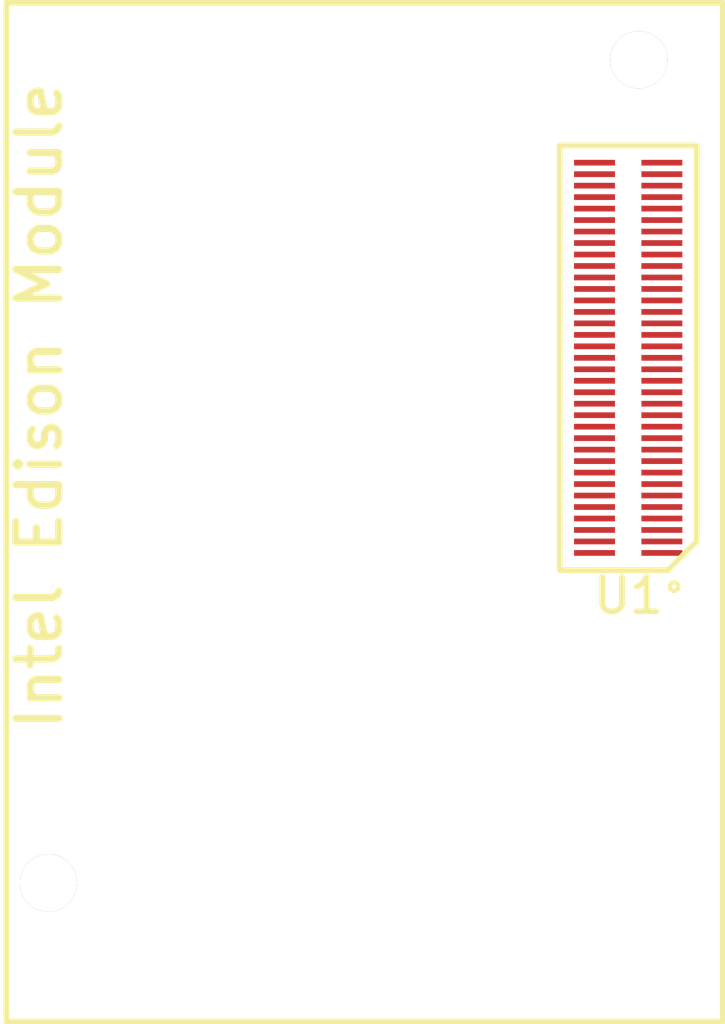
<source format=kicad_pcb>
(kicad_pcb (version 4) (host pcbnew "(2014-10-26 BZR 5226)-product")

  (general
    (links 0)
    (no_connects 0)
    (area 74.31617 69.229999 146.38383 104.930001)
    (thickness 1.6)
    (drawings 5)
    (tracks 0)
    (zones 0)
    (modules 3)
    (nets 1)
  )

  (page A4)
  (layers
    (0 F.Cu signal)
    (31 B.Cu signal)
    (32 B.Adhes user)
    (33 F.Adhes user)
    (34 B.Paste user)
    (35 F.Paste user)
    (36 B.SilkS user)
    (37 F.SilkS user)
    (38 B.Mask user)
    (39 F.Mask user)
    (40 Dwgs.User user)
    (41 Cmts.User user)
    (42 Eco1.User user)
    (43 Eco2.User user)
    (44 Edge.Cuts user)
    (45 Margin user)
    (46 B.CrtYd user)
    (47 F.CrtYd user)
    (48 B.Fab user)
    (49 F.Fab user)
  )

  (setup
    (last_trace_width 0.254)
    (trace_clearance 0.254)
    (zone_clearance 0.508)
    (zone_45_only yes)
    (trace_min 0.254)
    (segment_width 0.2)
    (edge_width 0.1)
    (via_size 0.889)
    (via_drill 0.635)
    (via_min_size 0.889)
    (via_min_drill 0.508)
    (uvia_size 0.508)
    (uvia_drill 0.127)
    (uvias_allowed no)
    (uvia_min_size 0.508)
    (uvia_min_drill 0.127)
    (pcb_text_width 0.3)
    (pcb_text_size 1.5 1.5)
    (mod_edge_width 0.15)
    (mod_text_size 1 1)
    (mod_text_width 0.15)
    (pad_size 2 2)
    (pad_drill 2)
    (pad_to_mask_clearance 0)
    (aux_axis_origin 0 0)
    (visible_elements FFFFFF7F)
    (pcbplotparams
      (layerselection 0x00030_80000001)
      (usegerberextensions false)
      (excludeedgelayer true)
      (linewidth 0.100000)
      (plotframeref false)
      (viasonmask false)
      (mode 1)
      (useauxorigin false)
      (hpglpennumber 1)
      (hpglpenspeed 20)
      (hpglpendiameter 15)
      (hpglpenoverlay 2)
      (psnegative false)
      (psa4output false)
      (plotreference true)
      (plotvalue true)
      (plotinvisibletext false)
      (padsonsilk false)
      (subtractmaskfromsilk false)
      (outputformat 1)
      (mirror false)
      (drillshape 1)
      (scaleselection 1)
      (outputdirectory ""))
  )

  (net 0 "")

  (net_class Default "This is the default net class."
    (clearance 0.254)
    (trace_width 0.254)
    (via_dia 0.889)
    (via_drill 0.635)
    (uvia_dia 0.508)
    (uvia_drill 0.127)
  )

  (module "DF40HC(3.0)-70DS" locked (layer F.Cu) (tedit 54790978) (tstamp 5479070E)
    (at 120.23 81.7 180)
    (path /5479160A)
    (clearance 0.1)
    (fp_text reference U1 (at -0.01 -8.29 180) (layer F.SilkS)
      (effects (font (size 1.2 1.2) (thickness 0.2)))
    )
    (fp_text value EdisonConnector (at 3.81 0 270) (layer F.SilkS) hide
      (effects (font (size 1.2 1.2) (thickness 0.2)))
    )
    (fp_circle (center -1.6 -7.975) (end -1.6 -7.825) (layer F.SilkS) (width 0.15))
    (fp_line (start -1.39 -7.4) (end -2.39 -6.4) (layer F.SilkS) (width 0.2))
    (fp_line (start -2.39 -6.4) (end -2.39 7.4) (layer F.SilkS) (width 0.2))
    (fp_line (start -2.39 7.4) (end 2.39 7.4) (layer F.SilkS) (width 0.2))
    (fp_line (start 2.39 7.4) (end 2.39 -7.4) (layer F.SilkS) (width 0.2))
    (fp_line (start 2.39 -7.4) (end -1.39 -7.4) (layer F.SilkS) (width 0.2))
    (pad 1 smd rect (at -1.175 -6.8 180) (size 1.43 0.2) (layers F.Cu F.Paste F.Mask))
    (pad 3 smd rect (at -1.175 -6.4 180) (size 1.43 0.2) (layers F.Cu F.Paste F.Mask))
    (pad 5 smd rect (at -1.175 -6 180) (size 1.43 0.2) (layers F.Cu F.Paste F.Mask))
    (pad 7 smd rect (at -1.175 -5.6 180) (size 1.43 0.2) (layers F.Cu F.Paste F.Mask))
    (pad 9 smd rect (at -1.175 -5.2 180) (size 1.43 0.2) (layers F.Cu F.Paste F.Mask))
    (pad 11 smd rect (at -1.175 -4.8 180) (size 1.43 0.2) (layers F.Cu F.Paste F.Mask))
    (pad 13 smd rect (at -1.175 -4.4 180) (size 1.43 0.2) (layers F.Cu F.Paste F.Mask))
    (pad 15 smd rect (at -1.175 -4 180) (size 1.43 0.2) (layers F.Cu F.Paste F.Mask))
    (pad 17 smd rect (at -1.175 -3.6 180) (size 1.43 0.2) (layers F.Cu F.Paste F.Mask))
    (pad 19 smd rect (at -1.175 -3.2 180) (size 1.43 0.2) (layers F.Cu F.Paste F.Mask))
    (pad 21 smd rect (at -1.175 -2.8 180) (size 1.43 0.2) (layers F.Cu F.Paste F.Mask))
    (pad 23 smd rect (at -1.175 -2.4 180) (size 1.43 0.2) (layers F.Cu F.Paste F.Mask))
    (pad 25 smd rect (at -1.175 -2 180) (size 1.43 0.2) (layers F.Cu F.Paste F.Mask))
    (pad 27 smd rect (at -1.175 -1.6 180) (size 1.43 0.2) (layers F.Cu F.Paste F.Mask))
    (pad 29 smd rect (at -1.175 -1.2 180) (size 1.43 0.2) (layers F.Cu F.Paste F.Mask))
    (pad 31 smd rect (at -1.175 -0.8 180) (size 1.43 0.2) (layers F.Cu F.Paste F.Mask))
    (pad 33 smd rect (at -1.175 -0.4 180) (size 1.43 0.2) (layers F.Cu F.Paste F.Mask))
    (pad 35 smd rect (at -1.175 0 180) (size 1.43 0.2) (layers F.Cu F.Paste F.Mask))
    (pad 37 smd rect (at -1.175 0.4 180) (size 1.43 0.2) (layers F.Cu F.Paste F.Mask))
    (pad 39 smd rect (at -1.175 0.8 180) (size 1.43 0.2) (layers F.Cu F.Paste F.Mask))
    (pad 41 smd rect (at -1.175 1.2 180) (size 1.43 0.2) (layers F.Cu F.Paste F.Mask))
    (pad 43 smd rect (at -1.175 1.6 180) (size 1.43 0.2) (layers F.Cu F.Paste F.Mask))
    (pad 45 smd rect (at -1.175 2 180) (size 1.43 0.2) (layers F.Cu F.Paste F.Mask))
    (pad 47 smd rect (at -1.175 2.4 180) (size 1.43 0.2) (layers F.Cu F.Paste F.Mask))
    (pad 49 smd rect (at -1.175 2.8 180) (size 1.43 0.2) (layers F.Cu F.Paste F.Mask))
    (pad 51 smd rect (at -1.175 3.2 180) (size 1.43 0.2) (layers F.Cu F.Paste F.Mask))
    (pad 53 smd rect (at -1.175 3.6 180) (size 1.43 0.2) (layers F.Cu F.Paste F.Mask))
    (pad 55 smd rect (at -1.175 4 180) (size 1.43 0.2) (layers F.Cu F.Paste F.Mask))
    (pad 57 smd rect (at -1.175 4.4 180) (size 1.43 0.2) (layers F.Cu F.Paste F.Mask))
    (pad 59 smd rect (at -1.175 4.8 180) (size 1.43 0.2) (layers F.Cu F.Paste F.Mask))
    (pad 61 smd rect (at -1.175 5.2 180) (size 1.43 0.2) (layers F.Cu F.Paste F.Mask))
    (pad 63 smd rect (at -1.175 5.6 180) (size 1.43 0.2) (layers F.Cu F.Paste F.Mask))
    (pad 65 smd rect (at -1.175 6 180) (size 1.43 0.2) (layers F.Cu F.Paste F.Mask))
    (pad 67 smd rect (at -1.175 6.4 180) (size 1.43 0.2) (layers F.Cu F.Paste F.Mask))
    (pad 69 smd rect (at -1.175 6.8 180) (size 1.43 0.2) (layers F.Cu F.Paste F.Mask))
    (pad 2 smd rect (at 1.175 -6.8 180) (size 1.43 0.2) (layers F.Cu F.Paste F.Mask))
    (pad 4 smd rect (at 1.175 -6.4 180) (size 1.43 0.2) (layers F.Cu F.Paste F.Mask))
    (pad 6 smd rect (at 1.175 -6 180) (size 1.43 0.2) (layers F.Cu F.Paste F.Mask))
    (pad 8 smd rect (at 1.175 -5.6 180) (size 1.43 0.2) (layers F.Cu F.Paste F.Mask))
    (pad 10 smd rect (at 1.175 -5.2 180) (size 1.43 0.2) (layers F.Cu F.Paste F.Mask))
    (pad 12 smd rect (at 1.175 -4.8 180) (size 1.43 0.2) (layers F.Cu F.Paste F.Mask))
    (pad 14 smd rect (at 1.175 -4.4 180) (size 1.43 0.2) (layers F.Cu F.Paste F.Mask))
    (pad 16 smd rect (at 1.175 -4 180) (size 1.43 0.2) (layers F.Cu F.Paste F.Mask))
    (pad 18 smd rect (at 1.175 -3.6 180) (size 1.43 0.2) (layers F.Cu F.Paste F.Mask))
    (pad 20 smd rect (at 1.175 -3.2 180) (size 1.43 0.2) (layers F.Cu F.Paste F.Mask))
    (pad 22 smd rect (at 1.175 -2.8 180) (size 1.43 0.2) (layers F.Cu F.Paste F.Mask))
    (pad 24 smd rect (at 1.175 -2.4 180) (size 1.43 0.2) (layers F.Cu F.Paste F.Mask))
    (pad 26 smd rect (at 1.175 -2 180) (size 1.43 0.2) (layers F.Cu F.Paste F.Mask))
    (pad 28 smd rect (at 1.175 -1.6 180) (size 1.43 0.2) (layers F.Cu F.Paste F.Mask))
    (pad 30 smd rect (at 1.175 -1.2 180) (size 1.43 0.2) (layers F.Cu F.Paste F.Mask))
    (pad 32 smd rect (at 1.175 -0.8 180) (size 1.43 0.2) (layers F.Cu F.Paste F.Mask))
    (pad 34 smd rect (at 1.175 -0.4 180) (size 1.43 0.2) (layers F.Cu F.Paste F.Mask))
    (pad 36 smd rect (at 1.175 0 180) (size 1.43 0.2) (layers F.Cu F.Paste F.Mask))
    (pad 38 smd rect (at 1.175 0.4 180) (size 1.43 0.2) (layers F.Cu F.Paste F.Mask))
    (pad 40 smd rect (at 1.175 0.8 180) (size 1.43 0.2) (layers F.Cu F.Paste F.Mask))
    (pad 42 smd rect (at 1.175 1.2 180) (size 1.43 0.2) (layers F.Cu F.Paste F.Mask))
    (pad 44 smd rect (at 1.175 1.6 180) (size 1.43 0.2) (layers F.Cu F.Paste F.Mask))
    (pad 46 smd rect (at 1.175 2 180) (size 1.43 0.2) (layers F.Cu F.Paste F.Mask))
    (pad 48 smd rect (at 1.175 2.4 180) (size 1.43 0.2) (layers F.Cu F.Paste F.Mask))
    (pad 50 smd rect (at 1.175 2.8 180) (size 1.43 0.2) (layers F.Cu F.Paste F.Mask))
    (pad 52 smd rect (at 1.175 3.2 180) (size 1.43 0.2) (layers F.Cu F.Paste F.Mask))
    (pad 54 smd rect (at 1.175 3.6 180) (size 1.43 0.2) (layers F.Cu F.Paste F.Mask))
    (pad 56 smd rect (at 1.175 4 180) (size 1.43 0.2) (layers F.Cu F.Paste F.Mask))
    (pad 58 smd rect (at 1.175 4.4 180) (size 1.43 0.2) (layers F.Cu F.Paste F.Mask))
    (pad 60 smd rect (at 1.175 4.8 180) (size 1.43 0.2) (layers F.Cu F.Paste F.Mask))
    (pad 62 smd rect (at 1.175 5.2 180) (size 1.43 0.2) (layers F.Cu F.Paste F.Mask))
    (pad 64 smd rect (at 1.175 5.6 180) (size 1.43 0.2) (layers F.Cu F.Paste F.Mask))
    (pad 66 smd rect (at 1.175 6 180) (size 1.43 0.2) (layers F.Cu F.Paste F.Mask))
    (pad 68 smd rect (at 1.175 6.4 180) (size 1.43 0.2) (layers F.Cu F.Paste F.Mask))
    (pad 70 smd rect (at 1.175 6.8 180) (size 1.43 0.2) (layers F.Cu F.Paste F.Mask))
  )

  (module mogar_modules_new:MountingHole_2mm locked (layer F.Cu) (tedit 5479092A) (tstamp 54790711)
    (at 120.6 71.31)
    (descr "Mounting hole, Befestigungsbohrung, 2,5mm, No Annular, Kein Restring,")
    (tags "Mounting hole, Befestigungsbohrung, 2,5mm, No Annular, Kein Restring,")
    (fp_text reference MH (at 3.325 0) (layer F.SilkS) hide
      (effects (font (thickness 0.3048)))
    )
    (fp_text value MountingHole_2-5mm_RevA_Date21Jun2010 (at 0.05 2.475) (layer F.SilkS) hide
      (effects (font (thickness 0.3048)))
    )
    (fp_circle (center 0 0) (end 1.5 0) (layer Cmts.User) (width 0.381))
    (pad 1 thru_hole circle (at 0 0) (size 2 2) (drill 2) (layers F.Cu))
  )

  (module mogar_modules_new:MountingHole_2mm locked (layer F.Cu) (tedit 5479092A) (tstamp 5479070F)
    (at 100 100)
    (descr "Mounting hole, Befestigungsbohrung, 2,5mm, No Annular, Kein Restring,")
    (tags "Mounting hole, Befestigungsbohrung, 2,5mm, No Annular, Kein Restring,")
    (fp_text reference MH (at 3.325 0) (layer F.SilkS) hide
      (effects (font (thickness 0.3048)))
    )
    (fp_text value MountingHole_2-5mm_RevA_Date21Jun2010 (at 0.05 2.475) (layer F.SilkS) hide
      (effects (font (thickness 0.3048)))
    )
    (fp_circle (center 0 0) (end 1.5 0) (layer Cmts.User) (width 0.381))
    (pad 1 thru_hole circle (at 0 0) (size 2 2) (drill 2) (layers F.Cu))
  )

  (gr_text "Intel Edison Module" (at 99.68 83.37 90) (layer F.SilkS)
    (effects (font (size 1.5 1.5) (thickness 0.25)))
  )
  (gr_line (start 123.53 104.83) (end 98.53 104.83) (angle 90) (layer F.SilkS) (width 0.2))
  (gr_line (start 123.53 69.33) (end 123.53 104.83) (angle 90) (layer F.SilkS) (width 0.2))
  (gr_line (start 98.53 69.33) (end 123.53 69.33) (angle 90) (layer F.SilkS) (width 0.2))
  (gr_line (start 98.53 104.83) (end 98.53 69.33) (angle 90) (layer F.SilkS) (width 0.2))

  (zone (net 0) (net_name "") (layer F.Cu) (tstamp 547927E3) (hatch edge 0.508)
    (connect_pads (clearance 0.508))
    (min_thickness 0.254)
    (keepout (tracks not_allowed) (vias not_allowed) (copperpour not_allowed))
    (fill (arc_segments 16) (thermal_gap 0.508) (thermal_bridge_width 0.508))
    (polygon
      (pts
        (xy 123.55 104.8) (xy 117.75 104.8) (xy 117.75 91.72) (xy 123.55 91.72) (xy 123.55 94.79)
      )
    )
  )
  (zone (net 0) (net_name "") (layer B.Cu) (tstamp 547927E3) (hatch edge 0.508)
    (connect_pads (clearance 0.508))
    (min_thickness 0.254)
    (keepout (tracks not_allowed) (vias not_allowed) (copperpour not_allowed))
    (fill (arc_segments 16) (thermal_gap 0.508) (thermal_bridge_width 0.508))
    (polygon
      (pts
        (xy 123.55 104.8) (xy 117.75 104.8) (xy 117.75 91.72) (xy 123.55 91.72) (xy 123.55 94.79)
      )
    )
  )
)

</source>
